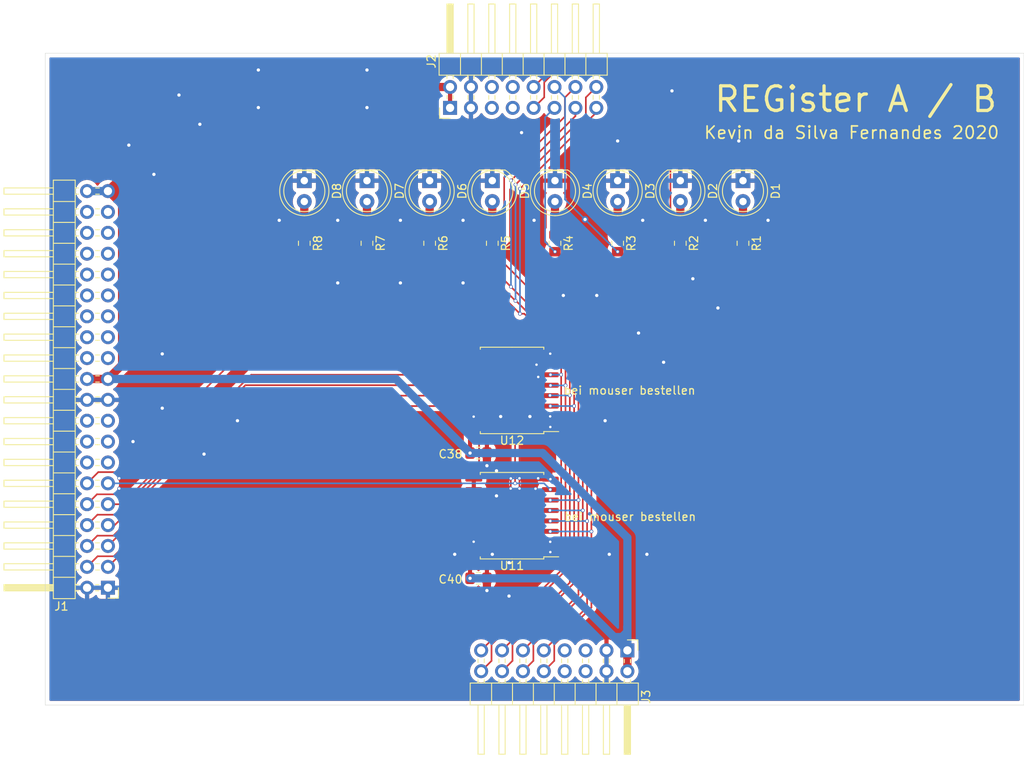
<source format=kicad_pcb>
(kicad_pcb (version 20200625) (host pcbnew "(5.99.0-2101-geb1ff80d5)")
  (layers (0 "F.Cu" signal) (31 "B.Cu" signal) (34 "B.Paste" user hide) (35 "F.Paste" user hide) (36 "B.SilkS" user hide) (37 "F.SilkS" user) (38 "B.Mask" user hide) (39 "F.Mask" user hide) (44 "Edge.Cuts" user))
  (net 0 "")
  (net 1 "GND")
  (net 2 "+5V")
  (net 3 "Net-(D1-Pad2)")
  (net 4 "Net-(D2-Pad2)")
  (net 5 "Net-(D3-Pad2)")
  (net 6 "Net-(D4-Pad2)")
  (net 7 "Net-(D5-Pad2)")
  (net 8 "Net-(D6-Pad2)")
  (net 9 "Net-(D7-Pad2)")
  (net 10 "Net-(D8-Pad2)")
  (net 11 "~AI")
  (net 12 "CLK")
  (net 13 "/D7")
  (net 14 "/D6")
  (net 15 "/D5")
  (net 16 "/D4")
  (net 17 "/D3")
  (net 18 "/D2")
  (net 19 "/D1")
  (net 20 "/D0")
  (net 21 "/RA2")
  (net 22 "/RA3")
  (net 23 "/RA4")
  (net 24 "/RA5")
  (net 25 "/RA6")
  (net 26 "/RA7")
  (net 27 "/RA0")
  (net 28 "/RA1")
  (module "Package_SO:SOIC-16W_7.5x10.3mm_P1.27mm" (layer "F.Cu") (at 56.754986 41.020028 180)
    (fp_text reference "U12" (at 0 -6.1) (layer "F.SilkS"))
    (fp_text value "74LS173")
    (pad "16" smd roundrect (at 4.65 -4.445 180) (size 2.05 0.6) (layers "F.Cu" "F.Paste" "F.Mask") (net 2 "+5V"))
    (pad "15" smd roundrect (at 4.65 -3.175 180) (size 2.05 0.6) (layers "F.Cu" "F.Paste" "F.Mask") (net 1 "GND"))
    (pad "14" smd roundrect (at 4.65 -1.905 180) (size 2.05 0.6) (layers "F.Cu" "F.Paste" "F.Mask") (net 16 "/D4"))
    (pad "13" smd roundrect (at 4.65 -0.635 180) (size 2.05 0.6) (layers "F.Cu" "F.Paste" "F.Mask") (net 15 "/D5"))
    (pad "12" smd roundrect (at 4.65 0.635 180) (size 2.05 0.6) (layers "F.Cu" "F.Paste" "F.Mask") (net 14 "/D6"))
    (pad "11" smd roundrect (at 4.65 1.905 180) (size 2.05 0.6) (layers "F.Cu" "F.Paste" "F.Mask") (net 13 "/D7"))
    (pad "10" smd roundrect (at 4.65 3.175 180) (size 2.05 0.6) (layers "F.Cu" "F.Paste" "F.Mask") (net 11 "~AI"))
    (pad "9" smd roundrect (at 4.65 4.445 180) (size 2.05 0.6) (layers "F.Cu" "F.Paste" "F.Mask") (net 11 "~AI"))
    (pad "8" smd roundrect (at -4.65 4.445 180) (size 2.05 0.6) (layers "F.Cu" "F.Paste" "F.Mask") (net 1 "GND"))
    (pad "7" smd roundrect (at -4.65 3.175 180) (size 2.05 0.6) (layers "F.Cu" "F.Paste" "F.Mask") (net 12 "CLK"))
    (pad "6" smd roundrect (at -4.65 1.905 180) (size 2.05 0.6) (layers "F.Cu" "F.Paste" "F.Mask") (net 26 "/RA7"))
    (pad "5" smd roundrect (at -4.65 0.635 180) (size 2.05 0.6) (layers "F.Cu" "F.Paste" "F.Mask") (net 25 "/RA6"))
    (pad "4" smd roundrect (at -4.65 -0.635 180) (size 2.05 0.6) (layers "F.Cu" "F.Paste" "F.Mask") (net 24 "/RA5"))
    (pad "3" smd roundrect (at -4.65 -1.905 180) (size 2.05 0.6) (layers "F.Cu" "F.Paste" "F.Mask") (net 23 "/RA4"))
    (pad "2" smd roundrect (at -4.65 -3.175 180) (size 2.05 0.6) (layers "F.Cu" "F.Paste" "F.Mask") (net 1 "GND"))
    (pad "1" smd roundrect (at -4.65 -4.445 180) (size 2.05 0.6) (layers "F.Cu" "F.Paste" "F.Mask") (net 1 "GND"))
  )
  (module "Package_SO:SOIC-16W_7.5x10.3mm_P1.27mm" (layer "F.Cu") (at 56.754986 56.260028 180)
    (fp_text reference "U11" (at 0 -6.1) (layer "F.SilkS"))
    (fp_text value "74LS173")
    (pad "16" smd roundrect (at 4.65 -4.445 180) (size 2.05 0.6) (layers "F.Cu" "F.Paste" "F.Mask") (net 2 "+5V"))
    (pad "15" smd roundrect (at 4.65 -3.175 180) (size 2.05 0.6) (layers "F.Cu" "F.Paste" "F.Mask") (net 1 "GND"))
    (pad "14" smd roundrect (at 4.65 -1.905 180) (size 2.05 0.6) (layers "F.Cu" "F.Paste" "F.Mask") (net 20 "/D0"))
    (pad "13" smd roundrect (at 4.65 -0.635 180) (size 2.05 0.6) (layers "F.Cu" "F.Paste" "F.Mask") (net 19 "/D1"))
    (pad "12" smd roundrect (at 4.65 0.635 180) (size 2.05 0.6) (layers "F.Cu" "F.Paste" "F.Mask") (net 18 "/D2"))
    (pad "11" smd roundrect (at 4.65 1.905 180) (size 2.05 0.6) (layers "F.Cu" "F.Paste" "F.Mask") (net 17 "/D3"))
    (pad "10" smd roundrect (at 4.65 3.175 180) (size 2.05 0.6) (layers "F.Cu" "F.Paste" "F.Mask") (net 11 "~AI"))
    (pad "9" smd roundrect (at 4.65 4.445 180) (size 2.05 0.6) (layers "F.Cu" "F.Paste" "F.Mask") (net 11 "~AI"))
    (pad "8" smd roundrect (at -4.65 4.445 180) (size 2.05 0.6) (layers "F.Cu" "F.Paste" "F.Mask") (net 1 "GND"))
    (pad "7" smd roundrect (at -4.65 3.175 180) (size 2.05 0.6) (layers "F.Cu" "F.Paste" "F.Mask") (net 12 "CLK"))
    (pad "6" smd roundrect (at -4.65 1.905 180) (size 2.05 0.6) (layers "F.Cu" "F.Paste" "F.Mask") (net 22 "/RA3"))
    (pad "5" smd roundrect (at -4.65 0.635 180) (size 2.05 0.6) (layers "F.Cu" "F.Paste" "F.Mask") (net 21 "/RA2"))
    (pad "4" smd roundrect (at -4.65 -0.635 180) (size 2.05 0.6) (layers "F.Cu" "F.Paste" "F.Mask") (net 28 "/RA1"))
    (pad "3" smd roundrect (at -4.65 -1.905 180) (size 2.05 0.6) (layers "F.Cu" "F.Paste" "F.Mask") (net 27 "/RA0"))
    (pad "2" smd roundrect (at -4.65 -3.175 180) (size 2.05 0.6) (layers "F.Cu" "F.Paste" "F.Mask") (net 1 "GND"))
    (pad "1" smd roundrect (at -4.65 -4.445 180) (size 2.05 0.6) (layers "F.Cu" "F.Paste" "F.Mask") (net 1 "GND"))
  )
  (module "Connector_PinHeader_2.54mm:PinHeader_2x08_P2.54mm_Horizontal" (layer "F.Cu") (at 70.78 72.644 -90)
    (fp_text reference "J3" (at 5.655 -2.27 -90) (layer "F.SilkS"))
    (fp_text value "Conn_02x08_Counter_Clockwise")
    (pad "16" thru_hole oval (at 2.54 17.78 270) (size 1.7 1.7) (drill 1) (layers *.Cu *.Mask) (net 25 "/RA6"))
    (pad "15" thru_hole oval (at 0 17.78 270) (size 1.7 1.7) (drill 1) (layers *.Cu *.Mask) (net 26 "/RA7"))
    (pad "14" thru_hole oval (at 2.54 15.24 270) (size 1.7 1.7) (drill 1) (layers *.Cu *.Mask) (net 23 "/RA4"))
    (pad "13" thru_hole oval (at 0 15.24 270) (size 1.7 1.7) (drill 1) (layers *.Cu *.Mask) (net 24 "/RA5"))
    (pad "12" thru_hole oval (at 2.54 12.7 270) (size 1.7 1.7) (drill 1) (layers *.Cu *.Mask) (net 21 "/RA2"))
    (pad "11" thru_hole oval (at 0 12.7 270) (size 1.7 1.7) (drill 1) (layers *.Cu *.Mask) (net 22 "/RA3"))
    (pad "10" thru_hole oval (at 2.54 10.16 270) (size 1.7 1.7) (drill 1) (layers *.Cu *.Mask) (net 27 "/RA0"))
    (pad "9" thru_hole oval (at 0 10.16 270) (size 1.7 1.7) (drill 1) (layers *.Cu *.Mask) (net 28 "/RA1"))
    (pad "8" thru_hole oval (at 2.54 7.62 270) (size 1.7 1.7) (drill 1) (layers *.Cu *.Mask))
    (pad "7" thru_hole oval (at 0 7.62 270) (size 1.7 1.7) (drill 1) (layers *.Cu *.Mask))
    (pad "6" thru_hole oval (at 2.54 5.08 270) (size 1.7 1.7) (drill 1) (layers *.Cu *.Mask))
    (pad "5" thru_hole oval (at 0 5.08 270) (size 1.7 1.7) (drill 1) (layers *.Cu *.Mask))
    (pad "4" thru_hole oval (at 2.54 2.54 270) (size 1.7 1.7) (drill 1) (layers *.Cu *.Mask) (net 1 "GND"))
    (pad "3" thru_hole oval (at 0 2.54 270) (size 1.7 1.7) (drill 1) (layers *.Cu *.Mask) (net 1 "GND"))
    (pad "2" thru_hole oval (at 2.54 0 270) (size 1.7 1.7) (drill 1) (layers *.Cu *.Mask) (net 2 "+5V"))
    (pad "1" thru_hole rect (at 0 0 270) (size 1.7 1.7) (drill 1) (layers *.Cu *.Mask) (net 2 "+5V"))
  )
  (module "Connector_PinHeader_2.54mm:PinHeader_2x08_P2.54mm_Horizontal" (layer "F.Cu") (at 49.22 6.64 90)
    (fp_text reference "J2" (at 5.655 -2.27 90) (layer "F.SilkS"))
    (fp_text value "Conn_02x08_Counter_Clockwise")
    (pad "16" thru_hole oval (at 2.54 17.78 90) (size 1.7 1.7) (drill 1) (layers *.Cu *.Mask) (net 25 "/RA6"))
    (pad "15" thru_hole oval (at 0 17.78 90) (size 1.7 1.7) (drill 1) (layers *.Cu *.Mask) (net 26 "/RA7"))
    (pad "14" thru_hole oval (at 2.54 15.24 90) (size 1.7 1.7) (drill 1) (layers *.Cu *.Mask) (net 23 "/RA4"))
    (pad "13" thru_hole oval (at 0 15.24 90) (size 1.7 1.7) (drill 1) (layers *.Cu *.Mask) (net 24 "/RA5"))
    (pad "12" thru_hole oval (at 2.54 12.7 90) (size 1.7 1.7) (drill 1) (layers *.Cu *.Mask) (net 21 "/RA2"))
    (pad "11" thru_hole oval (at 0 12.7 90) (size 1.7 1.7) (drill 1) (layers *.Cu *.Mask) (net 22 "/RA3"))
    (pad "10" thru_hole oval (at 2.54 10.16 90) (size 1.7 1.7) (drill 1) (layers *.Cu *.Mask) (net 27 "/RA0"))
    (pad "9" thru_hole oval (at 0 10.16 90) (size 1.7 1.7) (drill 1) (layers *.Cu *.Mask) (net 28 "/RA1"))
    (pad "8" thru_hole oval (at 2.54 7.62 90) (size 1.7 1.7) (drill 1) (layers *.Cu *.Mask))
    (pad "7" thru_hole oval (at 0 7.62 90) (size 1.7 1.7) (drill 1) (layers *.Cu *.Mask))
    (pad "6" thru_hole oval (at 2.54 5.08 90) (size 1.7 1.7) (drill 1) (layers *.Cu *.Mask))
    (pad "5" thru_hole oval (at 0 5.08 90) (size 1.7 1.7) (drill 1) (layers *.Cu *.Mask))
    (pad "4" thru_hole oval (at 2.54 2.54 90) (size 1.7 1.7) (drill 1) (layers *.Cu *.Mask) (net 1 "GND"))
    (pad "3" thru_hole oval (at 0 2.54 90) (size 1.7 1.7) (drill 1) (layers *.Cu *.Mask) (net 1 "GND"))
    (pad "2" thru_hole oval (at 2.54 0 90) (size 1.7 1.7) (drill 1) (layers *.Cu *.Mask) (net 2 "+5V"))
    (pad "1" thru_hole rect (at 0 0 90) (size 1.7 1.7) (drill 1) (layers *.Cu *.Mask) (net 2 "+5V"))
  )
  (module "Connector_PinHeader_2.54mm:PinHeader_2x20_P2.54mm_Horizontal" (layer "F.Cu") (at 7.62 65.024 180)
    (fp_text reference "J1" (at 5.655 -2.27) (layer "F.SilkS"))
    (fp_text value "Conn_02x20_Counter_Clockwise")
    (pad "40" thru_hole oval (at 2.54 48.26 180) (size 1.7 1.7) (drill 1) (layers *.Cu *.Mask) (net 2 "+5V"))
    (pad "39" thru_hole oval (at 0 48.26 180) (size 1.7 1.7) (drill 1) (layers *.Cu *.Mask) (net 2 "+5V"))
    (pad "38" thru_hole oval (at 2.54 45.72 180) (size 1.7 1.7) (drill 1) (layers *.Cu *.Mask))
    (pad "37" thru_hole oval (at 0 45.72 180) (size 1.7 1.7) (drill 1) (layers *.Cu *.Mask))
    (pad "36" thru_hole oval (at 2.54 43.18 180) (size 1.7 1.7) (drill 1) (layers *.Cu *.Mask))
    (pad "35" thru_hole oval (at 0 43.18 180) (size 1.7 1.7) (drill 1) (layers *.Cu *.Mask))
    (pad "34" thru_hole oval (at 2.54 40.64 180) (size 1.7 1.7) (drill 1) (layers *.Cu *.Mask))
    (pad "33" thru_hole oval (at 0 40.64 180) (size 1.7 1.7) (drill 1) (layers *.Cu *.Mask))
    (pad "32" thru_hole oval (at 2.54 38.1 180) (size 1.7 1.7) (drill 1) (layers *.Cu *.Mask))
    (pad "31" thru_hole oval (at 0 38.1 180) (size 1.7 1.7) (drill 1) (layers *.Cu *.Mask))
    (pad "30" thru_hole oval (at 2.54 35.56 180) (size 1.7 1.7) (drill 1) (layers *.Cu *.Mask))
    (pad "29" thru_hole oval (at 0 35.56 180) (size 1.7 1.7) (drill 1) (layers *.Cu *.Mask))
    (pad "28" thru_hole oval (at 2.54 33.02 180) (size 1.7 1.7) (drill 1) (layers *.Cu *.Mask))
    (pad "27" thru_hole oval (at 0 33.02 180) (size 1.7 1.7) (drill 1) (layers *.Cu *.Mask))
    (pad "26" thru_hole oval (at 2.54 30.48 180) (size 1.7 1.7) (drill 1) (layers *.Cu *.Mask))
    (pad "25" thru_hole oval (at 0 30.48 180) (size 1.7 1.7) (drill 1) (layers *.Cu *.Mask))
    (pad "24" thru_hole oval (at 2.54 27.94 180) (size 1.7 1.7) (drill 1) (layers *.Cu *.Mask))
    (pad "23" thru_hole oval (at 0 27.94 180) (size 1.7 1.7) (drill 1) (layers *.Cu *.Mask))
    (pad "22" thru_hole oval (at 2.54 25.4 180) (size 1.7 1.7) (drill 1) (layers *.Cu *.Mask) (net 2 "+5V"))
    (pad "21" thru_hole oval (at 0 25.4 180) (size 1.7 1.7) (drill 1) (layers *.Cu *.Mask) (net 2 "+5V"))
    (pad "20" thru_hole oval (at 2.54 22.86 180) (size 1.7 1.7) (drill 1) (layers *.Cu *.Mask) (net 1 "GND"))
    (pad "19" thru_hole oval (at 0 22.86 180) (size 1.7 1.7) (drill 1) (layers *.Cu *.Mask) (net 1 "GND"))
    (pad "18" thru_hole oval (at 2.54 20.32 180) (size 1.7 1.7) (drill 1) (layers *.Cu *.Mask))
    (pad "17" thru_hole oval (at 0 20.32 180) (size 1.7 1.7) (drill 1) (layers *.Cu *.Mask))
    (pad "16" thru_hole oval (at 2.54 17.78 180) (size 1.7 1.7) (drill 1) (layers *.Cu *.Mask))
    (pad "15" thru_hole oval (at 0 17.78 180) (size 1.7 1.7) (drill 1) (layers *.Cu *.Mask))
    (pad "14" thru_hole oval (at 2.54 15.24 180) (size 1.7 1.7) (drill 1) (layers *.Cu *.Mask))
    (pad "13" thru_hole oval (at 0 15.24 180) (size 1.7 1.7) (drill 1) (layers *.Cu *.Mask))
    (pad "12" thru_hole oval (at 2.54 12.7 180) (size 1.7 1.7) (drill 1) (layers *.Cu *.Mask) (net 11 "~AI"))
    (pad "11" thru_hole oval (at 0 12.7 180) (size 1.7 1.7) (drill 1) (layers *.Cu *.Mask) (net 12 "CLK"))
    (pad "10" thru_hole oval (at 2.54 10.16 180) (size 1.7 1.7) (drill 1) (layers *.Cu *.Mask) (net 13 "/D7"))
    (pad "9" thru_hole oval (at 0 10.16 180) (size 1.7 1.7) (drill 1) (layers *.Cu *.Mask) (net 14 "/D6"))
    (pad "8" thru_hole oval (at 2.54 7.62 180) (size 1.7 1.7) (drill 1) (layers *.Cu *.Mask) (net 15 "/D5"))
    (pad "7" thru_hole oval (at 0 7.62 180) (size 1.7 1.7) (drill 1) (layers *.Cu *.Mask) (net 16 "/D4"))
    (pad "6" thru_hole oval (at 2.54 5.08 180) (size 1.7 1.7) (drill 1) (layers *.Cu *.Mask) (net 17 "/D3"))
    (pad "5" thru_hole oval (at 0 5.08 180) (size 1.7 1.7) (drill 1) (layers *.Cu *.Mask) (net 18 "/D2"))
    (pad "4" thru_hole oval (at 2.54 2.54 180) (size 1.7 1.7) (drill 1) (layers *.Cu *.Mask) (net 19 "/D1"))
    (pad "3" thru_hole oval (at 0 2.54 180) (size 1.7 1.7) (drill 1) (layers *.Cu *.Mask) (net 20 "/D0"))
    (pad "2" thru_hole oval (at 2.54 0 180) (size 1.7 1.7) (drill 1) (layers *.Cu *.Mask) (net 1 "GND"))
    (pad "1" thru_hole rect (at 0 0 180) (size 1.7 1.7) (drill 1) (layers *.Cu *.Mask) (net 1 "GND"))
  )
  (module "Resistor_SMD:R_0805_2012Metric_Pad1.15x1.40mm_HandSolder" (layer "F.Cu") (at 31.496 23.114 -90)
    (fp_text reference "R8" (at 0 -1.65 90) (layer "F.SilkS"))
    (fp_text value "R")
    (pad "2" smd roundrect (at 1.025 0 270) (size 1.15 1.4) (layers "F.Cu" "F.Paste" "F.Mask") (roundrect_rratio 0.217391) (net 26 "/RA7"))
    (pad "1" smd roundrect (at -1.025 0 270) (size 1.15 1.4) (layers "F.Cu" "F.Paste" "F.Mask") (roundrect_rratio 0.217391) (net 10 "Net-(D8-Pad2)"))
  )
  (module "Resistor_SMD:R_0805_2012Metric_Pad1.15x1.40mm_HandSolder" (layer "F.Cu") (at 39.116 23.114 -90)
    (fp_text reference "R7" (at 0 -1.65 90) (layer "F.SilkS"))
    (fp_text value "R")
    (pad "2" smd roundrect (at 1.025 0 270) (size 1.15 1.4) (layers "F.Cu" "F.Paste" "F.Mask") (roundrect_rratio 0.217391) (net 25 "/RA6"))
    (pad "1" smd roundrect (at -1.025 0 270) (size 1.15 1.4) (layers "F.Cu" "F.Paste" "F.Mask") (roundrect_rratio 0.217391) (net 9 "Net-(D7-Pad2)"))
  )
  (module "Resistor_SMD:R_0805_2012Metric_Pad1.15x1.40mm_HandSolder" (layer "F.Cu") (at 46.736 23.114 -90)
    (fp_text reference "R6" (at 0 -1.65 90) (layer "F.SilkS"))
    (fp_text value "R")
    (pad "2" smd roundrect (at 1.025 0 270) (size 1.15 1.4) (layers "F.Cu" "F.Paste" "F.Mask") (roundrect_rratio 0.217391) (net 24 "/RA5"))
    (pad "1" smd roundrect (at -1.025 0 270) (size 1.15 1.4) (layers "F.Cu" "F.Paste" "F.Mask") (roundrect_rratio 0.217391) (net 8 "Net-(D6-Pad2)"))
  )
  (module "Resistor_SMD:R_0805_2012Metric_Pad1.15x1.40mm_HandSolder" (layer "F.Cu") (at 54.356 23.114 -90)
    (fp_text reference "R5" (at 0 -1.65 90) (layer "F.SilkS"))
    (fp_text value "R")
    (pad "2" smd roundrect (at 1.025 0 270) (size 1.15 1.4) (layers "F.Cu" "F.Paste" "F.Mask") (roundrect_rratio 0.217391) (net 23 "/RA4"))
    (pad "1" smd roundrect (at -1.025 0 270) (size 1.15 1.4) (layers "F.Cu" "F.Paste" "F.Mask") (roundrect_rratio 0.217391) (net 7 "Net-(D5-Pad2)"))
  )
  (module "Resistor_SMD:R_0805_2012Metric_Pad1.15x1.40mm_HandSolder" (layer "F.Cu") (at 61.976 23.114 -90)
    (fp_text reference "R4" (at 0 -1.65 90) (layer "F.SilkS"))
    (fp_text value "R")
    (pad "2" smd roundrect (at 1.025 0 270) (size 1.15 1.4) (layers "F.Cu" "F.Paste" "F.Mask") (roundrect_rratio 0.217391) (net 22 "/RA3"))
    (pad "1" smd roundrect (at -1.025 0 270) (size 1.15 1.4) (layers "F.Cu" "F.Paste" "F.Mask") (roundrect_rratio 0.217391) (net 6 "Net-(D4-Pad2)"))
  )
  (module "Resistor_SMD:R_0805_2012Metric_Pad1.15x1.40mm_HandSolder" (layer "F.Cu") (at 69.596 23.114 -90)
    (fp_text reference "R3" (at 0 -1.65 90) (layer "F.SilkS"))
    (fp_text value "R")
    (pad "2" smd roundrect (at 1.025 0 270) (size 1.15 1.4) (layers "F.Cu" "F.Paste" "F.Mask") (roundrect_rratio 0.217391) (net 21 "/RA2"))
    (pad "1" smd roundrect (at -1.025 0 270) (size 1.15 1.4) (layers "F.Cu" "F.Paste" "F.Mask") (roundrect_rratio 0.217391) (net 5 "Net-(D3-Pad2)"))
  )
  (module "Resistor_SMD:R_0805_2012Metric_Pad1.15x1.40mm_HandSolder" (layer "F.Cu") (at 77.216 23.114 -90)
    (fp_text reference "R2" (at 0 -1.65 90) (layer "F.SilkS"))
    (fp_text value "R")
    (pad "2" smd roundrect (at 1.025 0 270) (size 1.15 1.4) (layers "F.Cu" "F.Paste" "F.Mask") (roundrect_rratio 0.217391) (net 28 "/RA1"))
    (pad "1" smd roundrect (at -1.025 0 270) (size 1.15 1.4) (layers "F.Cu" "F.Paste" "F.Mask") (roundrect_rratio 0.217391) (net 4 "Net-(D2-Pad2)"))
  )
  (module "Resistor_SMD:R_0805_2012Metric_Pad1.15x1.40mm_HandSolder" (layer "F.Cu") (at 84.836 23.114 -90)
    (fp_text reference "R1" (at 0 -1.65 90) (layer "F.SilkS"))
    (fp_text value "R")
    (pad "2" smd roundrect (at 1.025 0 270) (size 1.15 1.4) (layers "F.Cu" "F.Paste" "F.Mask") (roundrect_rratio 0.217391) (net 27 "/RA0"))
    (pad "1" smd roundrect (at -1.025 0 270) (size 1.15 1.4) (layers "F.Cu" "F.Paste" "F.Mask") (roundrect_rratio 0.217391) (net 3 "Net-(D1-Pad2)"))
  )
  (module "LED_THT:LED_D5.0mm" (layer "F.Cu") (at 31.496 15.494 -90)
    (fp_text reference "D8" (at 1.27 -3.96 90) (layer "F.SilkS"))
    (fp_text value "LED")
    (pad "2" thru_hole circle (at 2.54 0 270) (size 1.8 1.8) (drill 0.9) (layers *.Cu *.Mask) (net 10 "Net-(D8-Pad2)"))
    (pad "1" thru_hole rect (at 0 0 270) (size 1.8 1.8) (drill 0.9) (layers *.Cu *.Mask) (net 1 "GND"))
  )
  (module "LED_THT:LED_D5.0mm" (layer "F.Cu") (at 39.116 15.494 -90)
    (fp_text reference "D7" (at 1.27 -3.96 90) (layer "F.SilkS"))
    (fp_text value "LED")
    (pad "2" thru_hole circle (at 2.54 0 270) (size 1.8 1.8) (drill 0.9) (layers *.Cu *.Mask) (net 9 "Net-(D7-Pad2)"))
    (pad "1" thru_hole rect (at 0 0 270) (size 1.8 1.8) (drill 0.9) (layers *.Cu *.Mask) (net 1 "GND"))
  )
  (module "LED_THT:LED_D5.0mm" (layer "F.Cu") (at 46.736 15.494 -90)
    (fp_text reference "D6" (at 1.27 -3.96 90) (layer "F.SilkS"))
    (fp_text value "LED")
    (pad "2" thru_hole circle (at 2.54 0 270) (size 1.8 1.8) (drill 0.9) (layers *.Cu *.Mask) (net 8 "Net-(D6-Pad2)"))
    (pad "1" thru_hole rect (at 0 0 270) (size 1.8 1.8) (drill 0.9) (layers *.Cu *.Mask) (net 1 "GND"))
  )
  (module "LED_THT:LED_D5.0mm" (layer "F.Cu") (at 54.356 15.494 -90)
    (fp_text reference "D5" (at 1.27 -3.96 90) (layer "F.SilkS"))
    (fp_text value "LED")
    (pad "2" thru_hole circle (at 2.54 0 270) (size 1.8 1.8) (drill 0.9) (layers *.Cu *.Mask) (net 7 "Net-(D5-Pad2)"))
    (pad "1" thru_hole rect (at 0 0 270) (size 1.8 1.8) (drill 0.9) (layers *.Cu *.Mask) (net 1 "GND"))
  )
  (module "LED_THT:LED_D5.0mm" (layer "F.Cu") (at 61.976 15.494 -90)
    (fp_text reference "D4" (at 1.27 -3.96 90) (layer "F.SilkS"))
    (fp_text value "LED")
    (pad "2" thru_hole circle (at 2.54 0 270) (size 1.8 1.8) (drill 0.9) (layers *.Cu *.Mask) (net 6 "Net-(D4-Pad2)"))
    (pad "1" thru_hole rect (at 0 0 270) (size 1.8 1.8) (drill 0.9) (layers *.Cu *.Mask) (net 1 "GND"))
  )
  (module "LED_THT:LED_D5.0mm" (layer "F.Cu") (at 69.596 15.494 -90)
    (fp_text reference "D3" (at 1.27 -3.96 90) (layer "F.SilkS"))
    (fp_text value "LED")
    (pad "2" thru_hole circle (at 2.54 0 270) (size 1.8 1.8) (drill 0.9) (layers *.Cu *.Mask) (net 5 "Net-(D3-Pad2)"))
    (pad "1" thru_hole rect (at 0 0 270) (size 1.8 1.8) (drill 0.9) (layers *.Cu *.Mask) (net 1 "GND"))
  )
  (module "LED_THT:LED_D5.0mm" (layer "F.Cu") (at 77.216 15.494 -90)
    (fp_text reference "D2" (at 1.27 -3.96 90) (layer "F.SilkS"))
    (fp_text value "LED")
    (pad "2" thru_hole circle (at 2.54 0 270) (size 1.8 1.8) (drill 0.9) (layers *.Cu *.Mask) (net 4 "Net-(D2-Pad2)"))
    (pad "1" thru_hole rect (at 0 0 270) (size 1.8 1.8) (drill 0.9) (layers *.Cu *.Mask) (net 1 "GND"))
  )
  (module "LED_THT:LED_D5.0mm" (layer "F.Cu") (at 84.836 15.494 -90)
    (fp_text reference "D1" (at 1.27 -3.96 90) (layer "F.SilkS"))
    (fp_text value "LED")
    (pad "2" thru_hole circle (at 2.54 0 270) (size 1.8 1.8) (drill 0.9) (layers *.Cu *.Mask) (net 3 "Net-(D1-Pad2)"))
    (pad "1" thru_hole rect (at 0 0 270) (size 1.8 1.8) (drill 0.9) (layers *.Cu *.Mask) (net 1 "GND"))
  )
  (module "Capacitor_SMD:C_0805_2012Metric_Pad1.15x1.40mm_HandSolder" (layer "F.Cu") (at 52.674986 63.880028)
    (fp_text reference "C40" (at -3.398986 0.127972) (layer "F.SilkS"))
    (fp_text value "C")
    (pad "2" smd roundrect (at 1.025 0) (size 1.15 1.4) (layers "F.Cu" "F.Paste" "F.Mask") (roundrect_rratio 0.217391) (net 1 "GND"))
    (pad "1" smd roundrect (at -1.025 0) (size 1.15 1.4) (layers "F.Cu" "F.Paste" "F.Mask") (roundrect_rratio 0.217391) (net 2 "+5V"))
  )
  (module "Capacitor_SMD:C_0805_2012Metric_Pad1.15x1.40mm_HandSolder" (layer "F.Cu") (at 52.674986 48.640028)
    (fp_text reference "C38" (at -3.398986 0.127972) (layer "F.SilkS"))
    (fp_text value "C")
    (pad "2" smd roundrect (at 1.025 0) (size 1.15 1.4) (layers "F.Cu" "F.Paste" "F.Mask") (roundrect_rratio 0.217391) (net 1 "GND"))
    (pad "1" smd roundrect (at -1.025 0) (size 1.15 1.4) (layers "F.Cu" "F.Paste" "F.Mask") (roundrect_rratio 0.217391) (net 2 "+5V"))
  )
  (gr_text "Kevin da Silva Fernandes 2020" (at 98.044 9.652) (layer "F.SilkS") (effects (font (size 1.5 1.5) (thickness 0.2))))
  (gr_text "REGister A / B" (at 98.552 5.588) (layer "F.SilkS") (effects (font (size 3 3) (thickness 0.4))))
  (gr_text "bei mouser bestellen" (at 71.12 56.388) (layer "F.SilkS") (effects (font (size 1 1))))
  (gr_line (start 0 79.3) (end 0 0) (layer "Edge.Cuts") (width 0.05))
  (gr_line (start 119 0) (end 119 79.3) (layer "Edge.Cuts") (width 0.05))
  (gr_line (start 0 79.3) (end 119 79.3) (layer "Edge.Cuts") (width 0.05))
  (gr_text "bei mouser bestellen" (at 71.044986 41.020028) (layer "F.SilkS") (effects (font (size 1 1))))
  (gr_line (start 0 0) (end 119 0) (layer "Edge.Cuts") (width 0.05))
  (via (at 58.928 44.196) (size 0.8) (drill 0.4) (layers "F.Cu" "B.Cu") (net 1))
  (via (at 55.372 44.196) (size 0.8) (drill 0.4) (layers "F.Cu" "B.Cu") (net 1))
  (via (at 68.072 44.704) (size 0.8) (drill 0.4) (layers "F.Cu" "B.Cu") (net 1))
  (via (at 75.184 37.592) (size 0.8) (drill 0.4) (layers "F.Cu" "B.Cu") (net 1))
  (via (at 72.136 34.036) (size 0.8) (drill 0.4) (layers "F.Cu" "B.Cu") (net 1))
  (via (at 78.74 27.432) (size 0.8) (drill 0.4) (layers "F.Cu" "B.Cu") (net 1))
  (via (at 81.788 30.988) (size 0.8) (drill 0.4) (layers "F.Cu" "B.Cu") (net 1))
  (via (at 84.328 10.668) (size 0.8) (drill 0.4) (layers "F.Cu" "B.Cu") (net 1))
  (via (at 76.2 4.572) (size 0.8) (drill 0.4) (layers "F.Cu" "B.Cu") (net 1))
  (via (at 69.596 10.668) (size 0.8) (drill 0.4) (layers "F.Cu" "B.Cu") (net 1))
  (via (at 57.912 9.652) (size 0.8) (drill 0.4) (layers "F.Cu" "B.Cu") (net 1))
  (via (at 59.436 20.32) (size 0.8) (drill 0.4) (layers "F.Cu" "B.Cu") (net 1))
  (via (at 67.056 29.464) (size 0.8) (drill 0.4) (layers "F.Cu" "B.Cu") (net 1))
  (via (at 62.992 29.464) (size 0.8) (drill 0.4) (layers "F.Cu" "B.Cu") (net 1))
  (via (at 50.8 27.94) (size 0.8) (drill 0.4) (layers "F.Cu" "B.Cu") (net 1))
  (via (at 43.18 27.94) (size 0.8) (drill 0.4) (layers "F.Cu" "B.Cu") (net 1))
  (via (at 35.56 27.94) (size 0.8) (drill 0.4) (layers "F.Cu" "B.Cu") (net 1))
  (via (at 87.884 20.32) (size 0.8) (drill 0.4) (layers "F.Cu" "B.Cu") (net 1))
  (via (at 80.264 20.32) (size 0.8) (drill 0.4) (layers "F.Cu" "B.Cu") (net 1))
  (via (at 72.644 20.32) (size 0.8) (drill 0.4) (layers "F.Cu" "B.Cu") (net 1))
  (via (at 65.636 20.216) (size 0.8) (drill 0.4) (layers "F.Cu" "B.Cu") (net 21))
  (segment (start 65.636 20.216) (end 63.2 17.78) (width 0.2) (layer "B.Cu") (net 21))
  (via (at 50.8 20.32) (size 0.8) (drill 0.4) (layers "F.Cu" "B.Cu") (net 1))
  (via (at 43.18 20.32) (size 0.8) (drill 0.4) (layers "F.Cu" "B.Cu") (net 1))
  (via (at 28.448 20.32) (size 0.8) (drill 0.4) (layers "F.Cu" "B.Cu") (net 1))
  (via (at 35.56 20.32) (size 0.8) (drill 0.4) (layers "F.Cu" "B.Cu") (net 1))
  (via (at 39.116 6.604) (size 0.8) (drill 0.4) (layers "F.Cu" "B.Cu") (net 1))
  (via (at 39.116 2.032) (size 0.8) (drill 0.4) (layers "F.Cu" "B.Cu") (net 1))
  (via (at 25.908 6.604) (size 0.8) (drill 0.4) (layers "F.Cu" "B.Cu") (net 1))
  (via (at 25.908 2.032) (size 0.8) (drill 0.4) (layers "F.Cu" "B.Cu") (net 1))
  (via (at 18.796 8.636) (size 0.8) (drill 0.4) (layers "F.Cu" "B.Cu") (net 1))
  (via (at 16.256 5.08) (size 0.8) (drill 0.4) (layers "F.Cu" "B.Cu") (net 1))
  (via (at 10.16 11.176) (size 0.8) (drill 0.4) (layers "F.Cu" "B.Cu") (net 1))
  (via (at 13.208 14.732) (size 0.8) (drill 0.4) (layers "F.Cu" "B.Cu") (net 1))
  (via (at 14.224 36.576) (size 0.8) (drill 0.4) (layers "F.Cu" "B.Cu") (net 1))
  (via (at 10.668 47.244) (size 0.8) (drill 0.4) (layers "F.Cu" "B.Cu") (net 1))
  (via (at 23.368 44.704) (size 0.8) (drill 0.4) (layers "F.Cu" "B.Cu") (net 1))
  (via (at 14.224 43.18) (size 0.8) (drill 0.4) (layers "F.Cu" "B.Cu") (net 1))
  (via (at 19.304 48.768) (size 0.8) (drill 0.4) (layers "F.Cu" "B.Cu") (net 1))
  (via (at 73.152 60.96) (size 0.8) (drill 0.4) (layers "F.Cu" "B.Cu") (net 1))
  (via (at 68.58 60.96) (size 0.8) (drill 0.4) (layers "F.Cu" "B.Cu") (net 1))
  (via (at 54.356 60.96) (size 0.8) (drill 0.4) (layers "F.Cu" "B.Cu") (net 1))
  (via (at 49.784 60.96) (size 0.8) (drill 0.4) (layers "F.Cu" "B.Cu") (net 1))
  (via (at 56.388 61.976) (size 0.8) (drill 0.4) (layers "F.Cu" "B.Cu") (net 1))
  (via (at 56.388 66.04) (size 0.8) (drill 0.4) (layers "F.Cu" "B.Cu") (net 1))
  (via (at 54.864 53.848) (size 0.8) (drill 0.4) (layers "F.Cu" "B.Cu") (net 1))
  (via (at 54.864 50.8) (size 0.8) (drill 0.4) (layers "F.Cu" "B.Cu") (net 1))
  (segment (start 62.729996 36.175694) (end 58.244302 31.69) (width 0.2) (layer "F.Cu") (net 26))
  (segment (start 62.729996 39.105018) (end 62.729996 36.175694) (width 0.2) (layer "F.Cu") (net 26))
  (segment (start 58.244302 31.69) (end 57.72 31.69) (width 0.2) (layer "F.Cu") (net 26))
  (segment (start 63.254996 36.134996) (end 57.242327 30.122327) (width 0.2) (layer "F.Cu") (net 25))
  (segment (start 63.254996 40.410028) (end 63.254996 36.134996) (width 0.2) (layer "F.Cu") (net 25))
  (segment (start 57.242327 30.122327) (end 57.177673 30.122327) (width 0.2) (layer "F.Cu") (net 25))
  (segment (start 57.66 52.96) (end 59.59 52.96) (width 0.2) (layer "B.Cu") (net 1))
  (segment (start 59.59 52.96) (end 59.61 52.98) (width 0.2) (layer "B.Cu") (net 1))
  (via (at 59.61 52.98) (size 0.45) (drill 0.3) (layers "F.Cu" "B.Cu") (net 1))
  (segment (start 59.58 37.99) (end 56.600999 40.969001) (width 0.2) (layer "F.Cu") (net 1))
  (segment (start 59.83 37.99) (end 59.58 37.99) (width 0.2) (layer "F.Cu") (net 1))
  (segment (start 56.600999 40.969001) (end 56.600999 51.729001) (width 0.2) (layer "F.Cu") (net 1))
  (segment (start 59.93 39.38) (end 57.66 41.65) (width 0.2) (layer "F.Cu") (net 1))
  (segment (start 59.94 39.38) (end 59.93 39.38) (width 0.2) (layer "F.Cu") (net 1))
  (segment (start 57.66 41.65) (end 57.66 51.71) (width 0.2) (layer "F.Cu") (net 1))
  (via (at 59.94 39.38) (size 0.45) (drill 0.3) (layers "F.Cu" "B.Cu") (net 1))
  (segment (start 53.699986 63.880028) (end 53.699986 65.369986) (width 1) (layer "F.Cu") (net 1))
  (via (at 53.7 65.37) (size 0.8) (drill 0.4) (layers "F.Cu" "B.Cu") (net 1))
  (segment (start 53.699986 65.369986) (end 53.7 65.37) (width 1) (layer "F.Cu") (net 1))
  (segment (start 53.7 50.18) (end 53.7 48.640042) (width 1) (layer "F.Cu") (net 1))
  (segment (start 53.7 48.640042) (end 53.699986 48.640028) (width 1) (layer "F.Cu") (net 1))
  (via (at 53.7 50.18) (size 0.8) (drill 0.4) (layers "F.Cu" "B.Cu") (net 1))
  (via (at 52.09 59.43) (size 0.45) (drill 0.3) (layers "F.Cu" "B.Cu") (net 1))
  (via (at 61.41 60.69) (size 0.45) (drill 0.3) (layers "F.Cu" "B.Cu") (net 1))
  (via (at 61.4 59.44) (size 0.45) (drill 0.3) (layers "F.Cu" "B.Cu") (net 1))
  (via (at 61.42 51.82) (size 0.45) (drill 0.3) (layers "F.Cu" "B.Cu") (net 1))
  (via (at 52.09 44.21) (size 0.45) (drill 0.3) (layers "F.Cu" "B.Cu") (net 1))
  (via (at 61.41 45.47) (size 0.45) (drill 0.3) (layers "F.Cu" "B.Cu") (net 1))
  (via (at 61.39 44.18) (size 0.45) (drill 0.3) (layers "F.Cu" "B.Cu") (net 1))
  (via (at 56.600999 51.729001) (size 0.45) (drill 0.3) (layers "F.Cu" "B.Cu") (net 1))
  (segment (start 56.600999 51.729001) (end 56.600999 52.949001) (width 0.2) (layer "F.Cu") (net 1))
  (via (at 57.66 51.71) (size 0.45) (drill 0.3) (layers "F.Cu" "B.Cu") (net 1))
  (segment (start 57.66 51.71) (end 57.66 52.96) (width 0.2) (layer "F.Cu") (net 1))
  (via (at 57.66 52.96) (size 0.45) (drill 0.3) (layers "F.Cu" "B.Cu") (net 1))
  (segment (start 56.59 52.96) (end 57.66 52.96) (width 0.2) (layer "B.Cu") (net 1))
  (segment (start 56.600999 52.949001) (end 56.59 52.96) (width 0.2) (layer "F.Cu") (net 1))
  (segment (start 8.99 52.96) (end 56.59 52.96) (width 0.2) (layer "B.Cu") (net 1))
  (via (at 56.59 52.96) (size 0.45) (drill 0.3) (layers "F.Cu" "B.Cu") (net 1))
  (via (at 59.73 37.89) (size 0.45) (drill 0.3) (layers "F.Cu" "B.Cu") (net 1))
  (segment (start 60.664972 37.845028) (end 57.126 41.384) (width 0.2) (layer "F.Cu") (net 12))
  (segment (start 61.404986 37.845028) (end 60.664972 37.845028) (width 0.2) (layer "F.Cu") (net 12))
  (segment (start 57.126 41.384) (end 57.126 52.324) (width 0.2) (layer "F.Cu") (net 12))
  (segment (start 7.62 52.324) (end 57.126 52.324) (width 0.2) (layer "B.Cu") (net 12))
  (via (at 57.126 52.324) (size 0.45) (drill 0.3) (layers "F.Cu" "B.Cu") (net 12))
  (segment (start 57.126 52.324) (end 60.643958 52.324) (width 0.2) (layer "B.Cu") (net 12))
  (via (at 61.4 36.55) (size 0.45) (drill 0.3) (layers "F.Cu" "B.Cu") (net 1))
  (segment (start 7.62 39.624) (end 42.633958 39.624) (width 1) (layer "B.Cu") (net 2))
  (segment (start 42.633958 39.624) (end 51.649986 48.640028) (width 1) (layer "B.Cu") (net 2))
  (segment (start 10.017 14.367) (end 8.252 16.132) (width 1) (layer "F.Cu") (net 2))
  (segment (start 8.252 16.132) (end 7.62 16.764) (width 1) (layer "F.Cu") (net 2))
  (segment (start 9.34 18.41) (end 9.34 19.07) (width 1) (layer "F.Cu") (net 2))
  (segment (start 9.34 19.07) (end 9.34 37.904) (width 1) (layer "F.Cu") (net 2))
  (segment (start 9.34 19.07) (end 9.34 17.22) (width 1) (layer "F.Cu") (net 2))
  (segment (start 9.34 17.22) (end 8.252 16.132) (width 1) (layer "F.Cu") (net 2))
  (segment (start 7.694 16.764) (end 9.34 18.41) (width 1) (layer "F.Cu") (net 2))
  (segment (start 9.34 18.41) (end 9.34 15.044) (width 1) (layer "F.Cu") (net 2))
  (segment (start 20.284 4.1) (end 10.017 14.367) (width 1) (layer "F.Cu") (net 2))
  (segment (start 9.34 15.044) (end 10.017 14.367) (width 1) (layer "F.Cu") (net 2))
  (segment (start 7.62 16.764) (end 7.694 16.764) (width 1) (layer "F.Cu") (net 2))
  (segment (start 9.34 37.904) (end 7.62 39.624) (width 1) (layer "F.Cu") (net 2))
  (segment (start 5.08 39.624) (end 7.62 39.624) (width 1) (layer "F.Cu") (net 2))
  (segment (start 5.08 16.764) (end 7.62 16.764) (width 1) (layer "B.Cu") (net 2))
  (segment (start 49.22 4.1) (end 20.284 4.1) (width 1) (layer "F.Cu") (net 2))
  (segment (start 51.649986 45.580014) (end 51.764972 45.465028) (width 0.5) (layer "F.Cu") (net 2))
  (segment (start 51.649986 48.640028) (end 51.649986 45.580014) (width 0.5) (layer "F.Cu") (net 2))
  (segment (start 51.764972 45.465028) (end 52.104986 45.465028) (width 0.5) (layer "F.Cu") (net 2))
  (segment (start 51.649986 60.820014) (end 51.764972 60.705028) (width 0.5) (layer "F.Cu") (net 2))
  (segment (start 51.764972 60.705028) (end 52.104986 60.705028) (width 0.5) (layer "F.Cu") (net 2))
  (segment (start 51.649986 63.880028) (end 51.649986 60.820014) (width 0.5) (layer "F.Cu") (net 2))
  (segment (start 69.163 71.027) (end 69.648 71.512) (width 1) (layer "B.Cu") (net 2))
  (segment (start 69.648 71.512) (end 70.78 72.644) (width 1) (layer "B.Cu") (net 2))
  (segment (start 70.78 69.79) (end 70.78 71.33) (width 1) (layer "B.Cu") (net 2))
  (segment (start 70.78 58.946012) (end 70.78 69.79) (width 1) (layer "B.Cu") (net 2))
  (segment (start 70.78 70.38) (end 69.648 71.512) (width 1) (layer "B.Cu") (net 2))
  (segment (start 70.78 69.79) (end 70.78 70.38) (width 1) (layer "B.Cu") (net 2))
  (segment (start 70.78 71.33) (end 70.78 72.644) (width 1) (layer "B.Cu") (net 2))
  (segment (start 69.163 71.027) (end 70.477 71.027) (width 1) (layer "B.Cu") (net 2))
  (segment (start 62.016028 63.880028) (end 69.163 71.027) (width 1) (layer "B.Cu") (net 2))
  (segment (start 70.477 71.027) (end 70.78 71.33) (width 1) (layer "B.Cu") (net 2))
  (segment (start 51.649986 48.640028) (end 60.474016 48.640028) (width 1) (layer "B.Cu") (net 2))
  (segment (start 60.474016 48.640028) (end 70.78 58.946012) (width 1) (layer "B.Cu") (net 2))
  (via (at 51.649986 48.640028) (size 0.8) (drill 0.4) (layers "F.Cu" "B.Cu") (net 2))
  (segment (start 70.78 72.644) (end 70.78 75.184) (width 1) (layer "F.Cu") (net 2))
  (segment (start 51.649986 63.880028) (end 62.016028 63.880028) (width 1) (layer "B.Cu") (net 2))
  (via (at 51.649986 63.880028) (size 0.8) (drill 0.4) (layers "F.Cu" "B.Cu") (net 2))
  (via (at 59.93 51.71) (size 0.45) (drill 0.3) (layers "F.Cu" "B.Cu") (net 1))
  (segment (start 8.99 51.71) (end 59.93 51.71) (width 0.2) (layer "B.Cu") (net 1))
  (via (at 8.99 52.96) (size 0.45) (drill 0.3) (layers "F.Cu" "B.Cu") (net 1))
  (via (at 8.99 51.71) (size 0.45) (drill 0.3) (layers "F.Cu" "B.Cu") (net 1))
  (segment (start 60.643958 52.324) (end 61.404986 53.085028) (width 0.2) (layer "B.Cu") (net 12))
  (via (at 61.404986 53.085028) (size 0.45) (drill 0.3) (layers "F.Cu" "B.Cu") (net 12))
  (segment (start 52.104986 37.845028) (end 52.104986 36.575028) (width 0.5) (layer "F.Cu") (net 11))
  (segment (start 52.104986 51.815028) (end 52.104986 53.085028) (width 0.5) (layer "F.Cu") (net 11))
  (segment (start 52.104986 51.815028) (end 52.734972 51.815028) (width 0.2) (layer "F.Cu") (net 11))
  (segment (start 52.744962 51.805038) (end 52.744962 47.285038) (width 0.2) (layer "F.Cu") (net 11))
  (segment (start 52.734972 51.815028) (end 52.744962 51.805038) (width 0.2) (layer "F.Cu") (net 11))
  (segment (start 52.744962 47.285038) (end 53.429996 46.600004) (width 0.2) (layer "F.Cu") (net 11))
  (segment (start 53.429996 38.469996) (end 52.805028 37.845028) (width 0.2) (layer "F.Cu") (net 11))
  (segment (start 53.429996 46.600004) (end 53.429996 38.469996) (width 0.2) (layer "F.Cu") (net 11))
  (segment (start 52.805028 37.845028) (end 52.104986 37.845028) (width 0.2) (layer "F.Cu") (net 11))
  (segment (start 22.434972 37.845028) (end 9.32 50.96) (width 0.2) (layer "F.Cu") (net 11))
  (segment (start 52.104986 37.845028) (end 22.434972 37.845028) (width 0.2) (layer "F.Cu") (net 11))
  (segment (start 9.32 50.96) (end 6.444 50.96) (width 0.2) (layer "F.Cu") (net 11))
  (segment (start 6.444 50.96) (end 5.08 52.324) (width 0.2) (layer "F.Cu") (net 11))
  (segment (start 25.037878 39.115028) (end 10.492906 53.66) (width 0.2) (layer "F.Cu") (net 13))
  (segment (start 52.104986 39.115028) (end 25.037878 39.115028) (width 0.2) (layer "F.Cu") (net 13))
  (segment (start 10.492906 53.66) (end 6.284 53.66) (width 0.2) (layer "F.Cu") (net 13))
  (segment (start 6.284 53.66) (end 5.08 54.864) (width 0.2) (layer "F.Cu") (net 13))
  (segment (start 24.333576 40.385028) (end 9.854604 54.864) (width 0.2) (layer "F.Cu") (net 14))
  (segment (start 52.104986 40.385028) (end 24.333576 40.385028) (width 0.2) (layer "F.Cu") (net 14))
  (segment (start 9.854604 54.864) (end 7.62 54.864) (width 0.2) (layer "F.Cu") (net 14))
  (segment (start 23.629274 41.655028) (end 9.144302 56.14) (width 0.2) (layer "F.Cu") (net 15))
  (segment (start 52.104986 41.655028) (end 23.629274 41.655028) (width 0.2) (layer "F.Cu") (net 15))
  (segment (start 6.344 56.14) (end 5.08 57.404) (width 0.2) (layer "F.Cu") (net 15))
  (segment (start 9.144302 56.14) (end 6.344 56.14) (width 0.2) (layer "F.Cu") (net 15))
  (segment (start 22.924972 42.925028) (end 8.446 57.404) (width 0.2) (layer "F.Cu") (net 16))
  (segment (start 8.446 57.404) (end 7.62 57.404) (width 0.2) (layer "F.Cu") (net 16))
  (segment (start 52.104986 42.925028) (end 22.924972 42.925028) (width 0.2) (layer "F.Cu") (net 16))
  (segment (start 52.104986 54.355028) (end 12.614972 54.355028) (width 0.2) (layer "F.Cu") (net 17))
  (segment (start 8.28 58.69) (end 6.334 58.69) (width 0.2) (layer "F.Cu") (net 17))
  (segment (start 12.614972 54.355028) (end 8.28 58.69) (width 0.2) (layer "F.Cu") (net 17))
  (segment (start 6.334 58.69) (end 5.08 59.944) (width 0.2) (layer "F.Cu") (net 17))
  (segment (start 52.104986 55.625028) (end 11.938972 55.625028) (width 0.2) (layer "F.Cu") (net 18))
  (segment (start 11.938972 55.625028) (end 7.62 59.944) (width 0.2) (layer "F.Cu") (net 18))
  (segment (start 52.104986 56.895028) (end 12.634972 56.895028) (width 0.2) (layer "F.Cu") (net 19))
  (segment (start 12.634972 56.895028) (end 8.33 61.2) (width 0.2) (layer "F.Cu") (net 19))
  (segment (start 8.33 61.2) (end 6.364 61.2) (width 0.2) (layer "F.Cu") (net 19))
  (segment (start 6.364 61.2) (end 5.08 62.484) (width 0.2) (layer "F.Cu") (net 19))
  (segment (start 7.62 62.484) (end 11.938972 58.165028) (width 0.2) (layer "F.Cu") (net 20))
  (segment (start 11.938972 58.165028) (end 52.104986 58.165028) (width 0.2) (layer "F.Cu") (net 20))
  (segment (start 57.72 16.48) (end 67 7.2) (width 0.2) (layer "F.Cu") (net 26))
  (segment (start 67 7.2) (end 67 6.64) (width 0.2) (layer "F.Cu") (net 26))
  (via (at 57.72 16.48) (size 0.45) (drill 0.3) (layers "F.Cu" "B.Cu") (net 26))
  (segment (start 57.72 31.69) (end 57.72 16.48) (width 0.2) (layer "B.Cu") (net 26))
  (via (at 57.72 31.69) (size 0.45) (drill 0.3) (layers "F.Cu" "B.Cu") (net 26))
  (segment (start 57.72 31.69) (end 51.44402 25.41402) (width 0.2) (layer "F.Cu") (net 26))
  (segment (start 57.177673 15.982327) (end 65.73 7.43) (width 0.2) (layer "F.Cu") (net 25))
  (segment (start 65.73 7.43) (end 65.73 5.37) (width 0.2) (layer "F.Cu") (net 25))
  (segment (start 65.73 5.37) (end 67 4.1) (width 0.2) (layer "F.Cu") (net 25))
  (via (at 57.177673 15.982327) (size 0.45) (drill 0.3) (layers "F.Cu" "B.Cu") (net 25))
  (segment (start 57.177673 30.122327) (end 57.177673 15.982327) (width 0.2) (layer "B.Cu") (net 25))
  (via (at 57.177673 30.122327) (size 0.45) (drill 0.3) (layers "F.Cu" "B.Cu") (net 25))
  (segment (start 57.177673 30.122327) (end 52.069356 25.01401) (width 0.2) (layer "F.Cu") (net 25))
  (segment (start 51.44402 25.41402) (end 32.77102 25.41402) (width 0.2) (layer "F.Cu") (net 26))
  (segment (start 32.77102 25.41402) (end 31.496 24.139) (width 0.2) (layer "F.Cu") (net 26))
  (segment (start 56.625 15.475) (end 64.46 7.64) (width 0.2) (layer "F.Cu") (net 24))
  (segment (start 64.46 7.64) (end 64.46 6.64) (width 0.2) (layer "F.Cu") (net 24))
  (via (at 56.625 15.475) (size 0.45) (drill 0.3) (layers "F.Cu" "B.Cu") (net 24))
  (segment (start 55.8 22.695) (end 55.8 15.08) (width 0.2) (layer "F.Cu") (net 23))
  (segment (start 54.356 24.139) (end 55.8 22.695) (width 0.2) (layer "F.Cu") (net 23))
  (segment (start 55.8 15.08) (end 63.18 7.7) (width 0.2) (layer "F.Cu") (net 23))
  (segment (start 63.18 7.7) (end 63.18 5.38) (width 0.2) (layer "F.Cu") (net 23))
  (segment (start 63.18 5.38) (end 64.46 4.1) (width 0.2) (layer "F.Cu") (net 23))
  (segment (start 56.625 28.415) (end 56.625 15.475) (width 0.2) (layer "B.Cu") (net 24))
  (via (at 56.625 28.415) (size 0.45) (drill 0.3) (layers "F.Cu" "B.Cu") (net 24))
  (segment (start 56.625 28.415) (end 52.349 24.139) (width 0.2) (layer "F.Cu") (net 24))
  (segment (start 63.779998 35.569998) (end 56.625 28.415) (width 0.2) (layer "F.Cu") (net 24))
  (segment (start 63.779998 41.62504) (end 63.779998 35.569998) (width 0.2) (layer "F.Cu") (net 24))
  (segment (start 52.349 24.139) (end 46.736 24.139) (width 0.2) (layer "F.Cu") (net 24))
  (segment (start 61.976 24.139) (end 60.775999 22.938999) (width 0.2) (layer "B.Cu") (net 22))
  (segment (start 60.775999 7.784001) (end 61.92 6.64) (width 0.2) (layer "B.Cu") (net 22))
  (segment (start 60.775999 22.938999) (end 60.775999 7.784001) (width 0.2) (layer "B.Cu") (net 22))
  (via (at 61.976 24.139) (size 0.45) (drill 0.3) (layers "F.Cu" "B.Cu") (net 22))
  (segment (start 76.01599 22.93899) (end 76.01599 10.76599) (width 0.2) (layer "F.Cu") (net 28))
  (segment (start 67.77001 2.52001) (end 61.67999 2.52001) (width 0.2) (layer "F.Cu") (net 28))
  (segment (start 76.01599 10.76599) (end 67.77001 2.52001) (width 0.2) (layer "F.Cu") (net 28))
  (segment (start 61.67999 2.52001) (end 60.67 3.53) (width 0.2) (layer "F.Cu") (net 28))
  (segment (start 60.67 3.53) (end 60.67 5.35) (width 0.2) (layer "F.Cu") (net 28))
  (segment (start 77.216 24.139) (end 76.01599 22.93899) (width 0.2) (layer "F.Cu") (net 28))
  (segment (start 60.67 5.35) (end 59.38 6.64) (width 0.2) (layer "F.Cu") (net 28))
  (segment (start 82.92 22.223) (end 82.92 16.17) (width 0.2) (layer "F.Cu") (net 27))
  (segment (start 61.36 2.12) (end 59.38 4.1) (width 0.2) (layer "F.Cu") (net 27))
  (segment (start 84.836 24.139) (end 82.92 22.223) (width 0.2) (layer "F.Cu") (net 27))
  (segment (start 82.92 16.17) (end 68.87 2.12) (width 0.2) (layer "F.Cu") (net 27))
  (segment (start 68.87 2.12) (end 61.36 2.12) (width 0.2) (layer "F.Cu") (net 27))
  (segment (start 69.559 24.139) (end 65.636 20.216) (width 0.2) (layer "B.Cu") (net 21))
  (segment (start 69.596 24.139) (end 69.559 24.139) (width 0.2) (layer "B.Cu") (net 21))
  (segment (start 63.2 5.38) (end 61.92 4.1) (width 0.2) (layer "B.Cu") (net 21))
  (segment (start 63.2 17.78) (end 63.2 5.38) (width 0.2) (layer "B.Cu") (net 21))
  (via (at 69.596 24.139) (size 0.45) (drill 0.3) (layers "F.Cu" "B.Cu") (net 21))
  (segment (start 65.880002 56.915044) (end 65.880002 35.474998) (width 0.2) (layer "F.Cu") (net 28))
  (segment (start 65.880002 35.474998) (end 77.216 24.139) (width 0.2) (layer "F.Cu") (net 28))
  (segment (start 52.069356 25.01401) (end 39.99101 25.01401) (width 0.2) (layer "F.Cu") (net 25))
  (segment (start 39.99101 25.01401) (end 39.116 24.139) (width 0.2) (layer "F.Cu") (net 25))
  (segment (start 66.405003 58.180045) (end 66.405003 42.569997) (width 0.2) (layer "F.Cu") (net 27))
  (segment (start 66.405003 42.569997) (end 84.836 24.139) (width 0.2) (layer "F.Cu") (net 27))
  (segment (start 65.355001 32.480013) (end 65.355001 28.379999) (width 0.2) (layer "F.Cu") (net 21))
  (segment (start 65.355001 28.379999) (end 69.596 24.139) (width 0.2) (layer "F.Cu") (net 21))
  (segment (start 64.83 51.955014) (end 64.83 33.16) (width 0.2) (layer "F.Cu") (net 22))
  (segment (start 64.83 26.993) (end 61.976 24.139) (width 0.2) (layer "F.Cu") (net 22))
  (segment (start 64.83 33.16) (end 64.83 33.015014) (width 0.2) (layer "F.Cu") (net 22))
  (segment (start 64.83 33.16) (end 64.83 26.993) (width 0.2) (layer "F.Cu") (net 22))
  (segment (start 64.304999 42.920041) (end 64.304999 34.087999) (width 0.2) (layer "F.Cu") (net 23))
  (segment (start 64.304999 34.087999) (end 54.356 24.139) (width 0.2) (layer "F.Cu") (net 23))
  (segment (start 66.405003 61.634997) (end 66.405003 61.800045) (width 0.2) (layer "F.Cu") (net 27))
  (segment (start 66.405003 61.634997) (end 66.405003 67.424695) (width 0.2) (layer "F.Cu") (net 27))
  (segment (start 66.405003 67.424695) (end 61.89 71.939698) (width 0.2) (layer "F.Cu") (net 27))
  (segment (start 66.405003 58.180045) (end 66.405003 61.634997) (width 0.2) (layer "F.Cu") (net 27))
  (segment (start 61.89 71.939698) (end 61.89 73.914) (width 0.2) (layer "F.Cu") (net 27))
  (segment (start 61.89 73.914) (end 60.62 75.184) (width 0.2) (layer "F.Cu") (net 27))
  (segment (start 65.880002 61.645044) (end 65.880002 67.383998) (width 0.2) (layer "F.Cu") (net 28))
  (segment (start 65.880002 67.383998) (end 60.62 72.644) (width 0.2) (layer "F.Cu") (net 28))
  (segment (start 65.355001 61.600043) (end 65.355001 65.934697) (width 0.2) (layer "F.Cu") (net 21))
  (segment (start 65.355001 65.934697) (end 59.35 71.939698) (width 0.2) (layer "F.Cu") (net 21))
  (segment (start 59.35 71.939698) (end 59.35 73.914) (width 0.2) (layer "F.Cu") (net 21))
  (segment (start 59.35 73.914) (end 58.08 75.184) (width 0.2) (layer "F.Cu") (net 21))
  (segment (start 64.83 61.695042) (end 64.83 65.894) (width 0.2) (layer "F.Cu") (net 22))
  (segment (start 64.83 65.894) (end 58.08 72.644) (width 0.2) (layer "F.Cu") (net 22))
  (segment (start 64.304999 61.740041) (end 64.304999 64.444699) (width 0.2) (layer "F.Cu") (net 23))
  (segment (start 64.304999 64.444699) (end 56.81 71.939698) (width 0.2) (layer "F.Cu") (net 23))
  (segment (start 56.81 71.939698) (end 56.81 73.914) (width 0.2) (layer "F.Cu") (net 23))
  (segment (start 56.81 73.914) (end 55.54 75.184) (width 0.2) (layer "F.Cu") (net 23))
  (segment (start 63.779998 61.85504) (end 63.779998 64.404002) (width 0.2) (layer "F.Cu") (net 24))
  (segment (start 63.779998 64.404002) (end 55.54 72.644) (width 0.2) (layer "F.Cu") (net 24))
  (segment (start 63.254996 61.910038) (end 63.254996 62.954702) (width 0.2) (layer "F.Cu") (net 25))
  (segment (start 63.254996 62.954702) (end 54.26 71.949698) (width 0.2) (layer "F.Cu") (net 25))
  (segment (start 54.26 71.949698) (end 54.26 73.924) (width 0.2) (layer "F.Cu") (net 25))
  (segment (start 54.26 73.924) (end 53 75.184) (width 0.2) (layer "F.Cu") (net 25))
  (segment (start 62.729996 62.015038) (end 62.729996 62.914004) (width 0.2) (layer "F.Cu") (net 26))
  (segment (start 62.729996 62.914004) (end 53 72.644) (width 0.2) (layer "F.Cu") (net 26))
  (segment (start 65.880002 56.915044) (end 65.880002 61.645044) (width 0.2) (layer "F.Cu") (net 28))
  (segment (start 65.355001 55.620013) (end 65.355001 61.600043) (width 0.2) (layer "F.Cu") (net 21))
  (segment (start 64.83 54.365014) (end 64.83 61.695042) (width 0.2) (layer "F.Cu") (net 22))
  (segment (start 64.304999 42.920041) (end 64.304999 61.740041) (width 0.2) (layer "F.Cu") (net 23))
  (segment (start 63.779998 41.62504) (end 63.779998 61.85504) (width 0.2) (layer "F.Cu") (net 24))
  (segment (start 63.254996 40.410028) (end 63.254996 61.910038) (width 0.2) (layer "F.Cu") (net 25))
  (segment (start 62.729996 39.105018) (end 62.729996 62.015038) (width 0.2) (layer "F.Cu") (net 26))
  (segment (start 66.404986 58.180028) (end 66.405003 58.180045) (width 0.2) (layer "B.Cu") (net 27))
  (segment (start 61.404986 58.180028) (end 66.404986 58.180028) (width 0.2) (layer "B.Cu") (net 27))
  (via (at 66.405003 58.180045) (size 0.45) (drill 0.3) (layers "F.Cu" "B.Cu") (net 27))
  (segment (start 61.404986 56.910028) (end 65.874986 56.910028) (width 0.2) (layer "B.Cu") (net 28))
  (via (at 65.880002 56.915044) (size 0.45) (drill 0.3) (layers "F.Cu" "B.Cu") (net 28))
  (segment (start 65.874986 56.910028) (end 65.880002 56.915044) (width 0.2) (layer "B.Cu") (net 28))
  (segment (start 61.364986 55.620028) (end 65.354986 55.620028) (width 0.2) (layer "B.Cu") (net 21))
  (segment (start 65.355001 52.700013) (end 65.355001 55.620013) (width 0.2) (layer "F.Cu") (net 21))
  (segment (start 65.354986 55.620028) (end 65.355001 55.620013) (width 0.2) (layer "B.Cu") (net 21))
  (via (at 65.355001 55.620013) (size 0.45) (drill 0.3) (layers "F.Cu" "B.Cu") (net 21))
  (segment (start 64.824986 54.370028) (end 64.83 54.365014) (width 0.2) (layer "B.Cu") (net 22))
  (segment (start 64.83 51.955014) (end 64.83 54.365014) (width 0.2) (layer "F.Cu") (net 22))
  (segment (start 61.404986 54.370028) (end 64.824986 54.370028) (width 0.2) (layer "B.Cu") (net 22))
  (via (at 64.83 54.365014) (size 0.45) (drill 0.3) (layers "F.Cu" "B.Cu") (net 22))
  (segment (start 61.414986 42.920028) (end 64.304986 42.920028) (width 0.2) (layer "B.Cu") (net 23))
  (segment (start 64.304986 42.920028) (end 64.304999 42.920041) (width 0.2) (layer "B.Cu") (net 23))
  (via (at 64.304999 42.920041) (size 0.45) (drill 0.3) (layers "F.Cu" "B.Cu") (net 23))
  (segment (start 61.374986 41.630028) (end 63.77501 41.630028) (width 0.2) (layer "B.Cu") (net 24))
  (via (at 63.779998 41.62504) (size 0.45) (drill 0.3) (layers "F.Cu" "B.Cu") (net 24))
  (segment (start 63.77501 41.630028) (end 63.779998 41.62504) (width 0.2) (layer "B.Cu") (net 24))
  (via (at 63.254996 40.410028) (size 0.45) (drill 0.3) (layers "F.Cu" "B.Cu") (net 25))
  (segment (start 61.434986 40.410028) (end 63.254996 40.410028) (width 0.2) (layer "B.Cu") (net 25))
  (via (at 61.404986 58.180028) (size 0.45) (drill 0.3) (layers "F.Cu" "B.Cu") (net 27))
  (via (at 61.404986 56.910028) (size 0.45) (drill 0.3) (layers "F.Cu" "B.Cu") (net 28))
  (via (at 61.364986 55.620028) (size 0.45) (drill 0.3) (layers "F.Cu" "B.Cu") (net 21))
  (via (at 61.404986 54.370028) (size 0.45) (drill 0.3) (layers "F.Cu" "B.Cu") (net 22))
  (via (at 61.414986 42.920028) (size 0.45) (drill 0.3) (layers "F.Cu" "B.Cu") (net 23))
  (via (at 61.374986 41.630028) (size 0.45) (drill 0.3) (layers "F.Cu" "B.Cu") (net 24))
  (via (at 61.434986 40.410028) (size 0.45) (drill 0.3) (layers "F.Cu" "B.Cu") (net 25))
  (segment (start 61.434986 39.110028) (end 62.724986 39.110028) (width 0.2) (layer "B.Cu") (net 26))
  (segment (start 62.724986 39.110028) (end 62.729996 39.105018) (width 0.2) (layer "B.Cu") (net 26))
  (via (at 62.729996 39.105018) (size 0.45) (drill 0.3) (layers "F.Cu" "B.Cu") (net 26))
  (via (at 61.434986 39.110028) (size 0.45) (drill 0.3) (layers "F.Cu" "B.Cu") (net 26))
  (segment (start 65.355001 52.700013) (end 65.355001 32.480013) (width 0.2) (layer "F.Cu") (net 21))
  (segment (start 84.836 22.089) (end 84.836 18.034) (width 1) (layer "F.Cu") (net 3))
  (segment (start 77.216 22.089) (end 77.216 18.034) (width 1) (layer "F.Cu") (net 4))
  (segment (start 69.596 22.089) (end 69.596 18.034) (width 1) (layer "F.Cu") (net 5))
  (segment (start 61.976 22.089) (end 61.976 18.034) (width 1) (layer "F.Cu") (net 6))
  (segment (start 54.356 22.089) (end 54.356 18.034) (width 1) (layer "F.Cu") (net 7))
  (segment (start 46.736 22.089) (end 46.736 18.034) (width 1) (layer "F.Cu") (net 8))
  (segment (start 39.116 18.034) (end 39.116 22.089) (width 1) (layer "F.Cu") (net 9))
  (segment (start 31.496 22.089) (end 31.496 18.034) (width 1) (layer "F.Cu") (net 10))
  (zone (net 1) (net_name "GND") (layer "B.Cu") (connect_pads (clearance 0.508)) (min_thickness 0.254) (fill yes (thermal_gap 0.508) (thermal_bridge_width 0.508))
    (polygon (pts (xy 119 79.3) (xy 0 79.3) (xy 0 0) (xy 119 0)))
  )
  (zone (net 2) (net_name "+5V") (layer "F.Cu") (connect_pads (clearance 0.508)) (min_thickness 0.254) (fill yes (thermal_gap 0.508) (thermal_bridge_width 0.508))
    (polygon (pts (xy 49.77 7.18) (xy 48.66 7.19) (xy 48.65 3.61) (xy 49.76 3.6)))
  )
  (zone (net 1) (net_name "GND") (layer "F.Cu") (connect_pads (clearance 0.508)) (min_thickness 0.254) (fill yes (thermal_gap 0.508) (thermal_bridge_width 0.508))
    (polygon (pts (xy 47.45 8.45) (xy 50.67 8.41) (xy 50.57 2.575) (xy 47.43 2.605) (xy 47.42 0) (xy 119 0) (xy 119 79.3) (xy 0 79.3) (xy 0 0) (xy 47.41 0)))
  )
)
</source>
